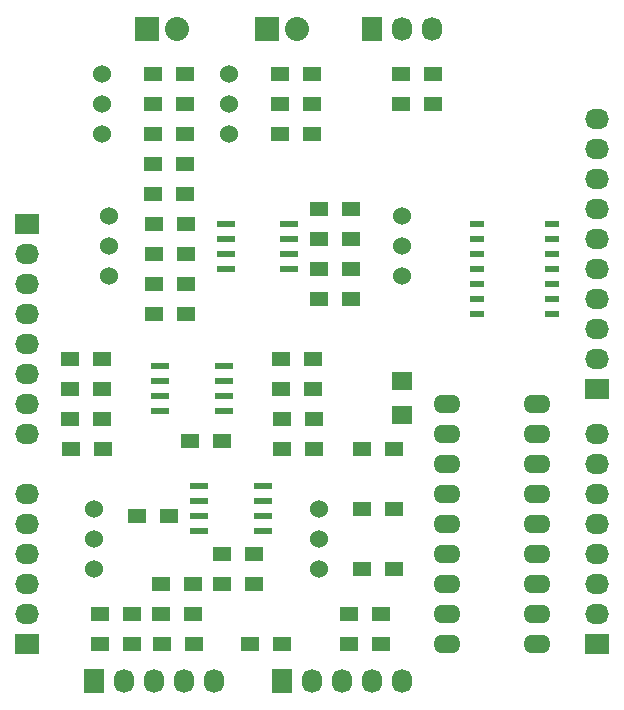
<source format=gts>
G04 #@! TF.FileFunction,Soldermask,Top*
%FSLAX45Y45*%
G04 Gerber Fmt 4.5, Leading zero omitted, Abs format (unit mm)*
G04 Created by KiCad (PCBNEW (2016-02-11 BZR 6551)-product) date Friday, February 12, 2016 'PMt' 09:01:30 PM*
%MOMM*%
G01*
G04 APERTURE LIST*
%ADD10C,0.100000*%
%ADD11R,2.032000X1.727200*%
%ADD12O,2.032000X1.727200*%
%ADD13R,1.800860X1.597660*%
%ADD14R,1.727200X2.032000*%
%ADD15O,1.727200X2.032000*%
%ADD16R,1.500000X1.300000*%
%ADD17C,1.524000*%
%ADD18R,2.032000X2.032000*%
%ADD19O,2.032000X2.032000*%
%ADD20O,2.300000X1.600000*%
%ADD21R,1.550000X0.600000*%
%ADD22R,1.143000X0.508000*%
G04 APERTURE END LIST*
D10*
D11*
X18796000Y-13589000D03*
D12*
X18796000Y-13335000D03*
X18796000Y-13081000D03*
X18796000Y-12827000D03*
X18796000Y-12573000D03*
X18796000Y-12319000D03*
D13*
X21971000Y-11650472D03*
X21971000Y-11366500D03*
D11*
X23622000Y-11430000D03*
D12*
X23622000Y-11176000D03*
X23622000Y-10922000D03*
X23622000Y-10668000D03*
X23622000Y-10414000D03*
X23622000Y-10160000D03*
X23622000Y-9906000D03*
X23622000Y-9652000D03*
X23622000Y-9398000D03*
X23622000Y-9144000D03*
D11*
X23622000Y-13589000D03*
D12*
X23622000Y-13335000D03*
X23622000Y-13081000D03*
X23622000Y-12827000D03*
X23622000Y-12573000D03*
X23622000Y-12319000D03*
X23622000Y-12065000D03*
X23622000Y-11811000D03*
D14*
X19367500Y-13906500D03*
D15*
X19621500Y-13906500D03*
X19875500Y-13906500D03*
X20129500Y-13906500D03*
X20383500Y-13906500D03*
D14*
X20955000Y-13906500D03*
D15*
X21209000Y-13906500D03*
X21463000Y-13906500D03*
X21717000Y-13906500D03*
X21971000Y-13906500D03*
D14*
X21717000Y-8382000D03*
D15*
X21971000Y-8382000D03*
X22225000Y-8382000D03*
D11*
X18796000Y-10033000D03*
D12*
X18796000Y-10287000D03*
X18796000Y-10541000D03*
X18796000Y-10795000D03*
X18796000Y-11049000D03*
X18796000Y-11303000D03*
X18796000Y-11557000D03*
X18796000Y-11811000D03*
D16*
X19685000Y-13589000D03*
X19415000Y-13589000D03*
X20685000Y-13589000D03*
X20955000Y-13589000D03*
X20137500Y-8763000D03*
X19867500Y-8763000D03*
X21209000Y-8763000D03*
X20939000Y-8763000D03*
X19931000Y-13335000D03*
X20201000Y-13335000D03*
X19415000Y-13335000D03*
X19685000Y-13335000D03*
X19939000Y-13589000D03*
X20209000Y-13589000D03*
X21637500Y-12954000D03*
X21907500Y-12954000D03*
X21526500Y-13335000D03*
X21796500Y-13335000D03*
X19875500Y-10795000D03*
X20145500Y-10795000D03*
X21526500Y-13589000D03*
X21796500Y-13589000D03*
X21542500Y-10668000D03*
X21272500Y-10668000D03*
X20137500Y-9017000D03*
X19867500Y-9017000D03*
X20137500Y-9779000D03*
X19867500Y-9779000D03*
X21209000Y-9017000D03*
X20939000Y-9017000D03*
X20955000Y-11938000D03*
X21225000Y-11938000D03*
X20137500Y-9271000D03*
X19867500Y-9271000D03*
X19161000Y-11684000D03*
X19431000Y-11684000D03*
X21209000Y-9271000D03*
X20939000Y-9271000D03*
X20177000Y-11874500D03*
X20447000Y-11874500D03*
X19931000Y-13081000D03*
X20201000Y-13081000D03*
X20447000Y-13081000D03*
X20717000Y-13081000D03*
X19875500Y-10541000D03*
X20145500Y-10541000D03*
X21272500Y-10414000D03*
X21542500Y-10414000D03*
X19169000Y-11938000D03*
X19439000Y-11938000D03*
X21637500Y-12446000D03*
X21907500Y-12446000D03*
X19875500Y-10033000D03*
X20145500Y-10033000D03*
X21542500Y-9906000D03*
X21272500Y-9906000D03*
X20137500Y-9525000D03*
X19867500Y-9525000D03*
X19161000Y-11176000D03*
X19431000Y-11176000D03*
X20955000Y-11684000D03*
X21225000Y-11684000D03*
X21217000Y-11430000D03*
X20947000Y-11430000D03*
X19732500Y-12509500D03*
X20002500Y-12509500D03*
X20447000Y-12827000D03*
X20717000Y-12827000D03*
X19875500Y-10287000D03*
X20145500Y-10287000D03*
X21272500Y-10160000D03*
X21542500Y-10160000D03*
X19161000Y-11430000D03*
X19431000Y-11430000D03*
X20947000Y-11176000D03*
X21217000Y-11176000D03*
X21637500Y-11938000D03*
X21907500Y-11938000D03*
X22233000Y-8763000D03*
X21963000Y-8763000D03*
X22233000Y-9017000D03*
X21963000Y-9017000D03*
D17*
X19431000Y-9017000D03*
X19431000Y-9271000D03*
X19431000Y-8763000D03*
X20510500Y-9017000D03*
X20510500Y-9271000D03*
X20510500Y-8763000D03*
X19367500Y-12700000D03*
X19367500Y-12446000D03*
X19367500Y-12954000D03*
X21272500Y-12700000D03*
X21272500Y-12446000D03*
X21272500Y-12954000D03*
X19494500Y-10223500D03*
X19494500Y-9969500D03*
X19494500Y-10477500D03*
X21971000Y-10223500D03*
X21971000Y-9969500D03*
X21971000Y-10477500D03*
D18*
X19812000Y-8382000D03*
D19*
X20066000Y-8382000D03*
D18*
X20828000Y-8382000D03*
D19*
X21082000Y-8382000D03*
D20*
X22352000Y-11557000D03*
X22352000Y-11811000D03*
X22352000Y-12065000D03*
X22352000Y-12319000D03*
X22352000Y-12573000D03*
X22352000Y-12827000D03*
X22352000Y-13081000D03*
X22352000Y-13335000D03*
X22352000Y-13589000D03*
X23114000Y-13589000D03*
X23114000Y-13335000D03*
X23114000Y-13081000D03*
X23114000Y-12827000D03*
X23114000Y-12573000D03*
X23114000Y-12319000D03*
X23114000Y-12065000D03*
X23114000Y-11811000D03*
X23114000Y-11557000D03*
D21*
X19923000Y-11239500D03*
X19923000Y-11366500D03*
X19923000Y-11493500D03*
X19923000Y-11620500D03*
X20463000Y-11620500D03*
X20463000Y-11493500D03*
X20463000Y-11366500D03*
X20463000Y-11239500D03*
X20256500Y-12255500D03*
X20256500Y-12382500D03*
X20256500Y-12509500D03*
X20256500Y-12636500D03*
X20796500Y-12636500D03*
X20796500Y-12509500D03*
X20796500Y-12382500D03*
X20796500Y-12255500D03*
X20478500Y-10033000D03*
X20478500Y-10160000D03*
X20478500Y-10287000D03*
X20478500Y-10414000D03*
X21018500Y-10414000D03*
X21018500Y-10287000D03*
X21018500Y-10160000D03*
X21018500Y-10033000D03*
D22*
X23241000Y-10795000D03*
X23241000Y-10668000D03*
X23241000Y-10541000D03*
X23241000Y-10414000D03*
X23241000Y-10287000D03*
X23241000Y-10160000D03*
X23241000Y-10033000D03*
X22606000Y-10033000D03*
X22606000Y-10160000D03*
X22606000Y-10414000D03*
X22606000Y-10541000D03*
X22606000Y-10668000D03*
X22606000Y-10795000D03*
X22606000Y-10287000D03*
M02*

</source>
